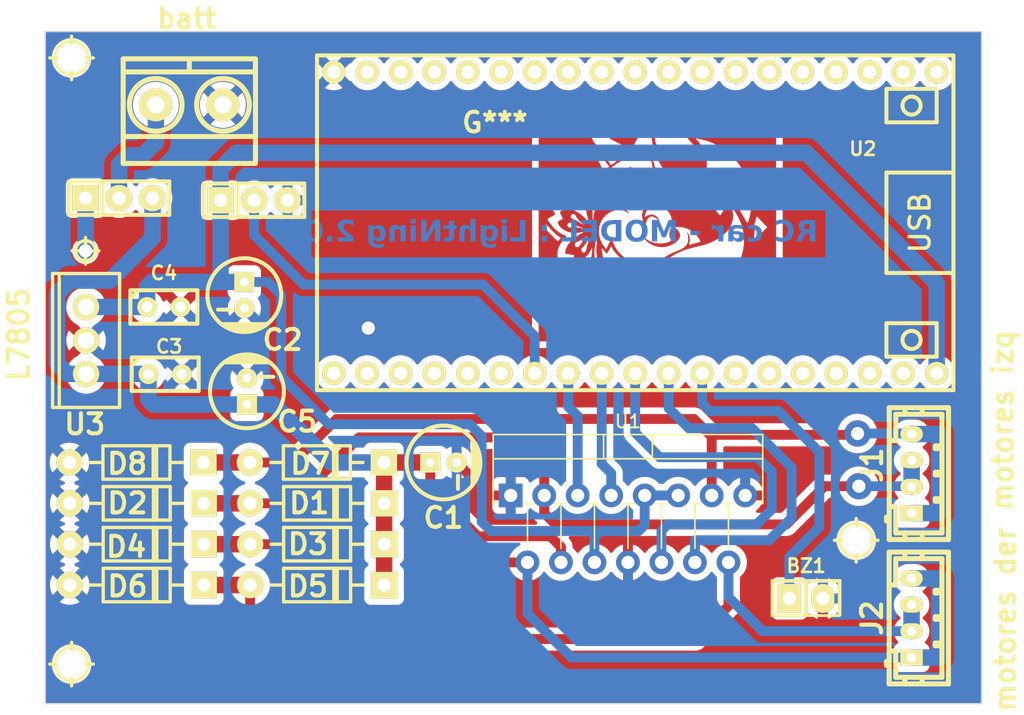
<source format=kicad_pcb>
(kicad_pcb (version 20221018) (generator pcbnew)
  (layers (0 "F.Cu" signal) (31 "B.Cu" signal) (34 "B.Paste" user) (35 "F.Paste" user) (36 "B.SilkS" user "B.Silkscreen") (37 "F.SilkS" user "F.Silkscreen") (38 "B.Mask" user) (39 "F.Mask" user) (44 "Edge.Cuts" user))
  (net 0 "")
  (net 1 "VCC")
  (net 2 "GND")
  (net 3 "+5V")
  (net 4 "Net-(D1-A)")
  (net 5 "Net-(D3-A)")
  (net 6 "Net-(D5-A)")
  (net 7 "Net-(D7-A)")
  (net 8 "Net-(SW1-B)")
  (net 9 "/led")
  (net 10 "/IN2")
  (net 11 "/IN1")
  (net 12 "/IN4")
  (net 13 "/IN3")
  (net 20 "/buzz")
  (net 45 "Net-(SW1-A)")
  (footprint "EESTN5:BORNERA2_AZUL" (layer "F.Cu") (at 45.93 34.56375 180)
    (fp_text reference "J3" hide)
    (fp_text value "batt")
  )
  (footprint "EESTN5:DO-41" (layer "F.Cu") (at 55.62 71)
    (fp_text reference "D5")
    (fp_text value "1n4001" hide)
  )
  (footprint "EESTN5:TO-220" (layer "F.Cu") (at 38.1 52.44 90)
    (fp_text reference "U3")
    (fp_text value "L7805")
  )
  (footprint "EESTN5:DO-41" (layer "F.Cu") (at 41.92 61.7)
    (fp_text reference "D8")
    (fp_text value "1n4001" hide)
  )
  (footprint "EESTN5:ESP32S" (layer "F.Cu") (at 79.74 43.51)
    (fp_text reference "U2")
    (fp_text value "ESP32_DEVKITC" hide)
  )
  (footprint "EESTN5:JST-4V" (layer "F.Cu") (at 100.7 62.54248 90)
    (fp_text reference "J1")
    (fp_text value "motores izq")
  )
  (footprint "EESTN5:DO-41" (layer "F.Cu") (at 55.62 67.9)
    (fp_text reference "D3")
    (fp_text value "1n4001" hide)
  )
  (footprint "EESTN5:JST-4V" (layer "F.Cu") (at 100.6945 73.49974 90)
    (fp_text reference "J2")
    (fp_text value "motores der")
  )
  (footprint "EESTN5:DO-41" (layer "F.Cu") (at 41.94 67.9)
    (fp_text reference "D4")
    (fp_text value "1n4001" hide)
  )
  (footprint "EESTN5:Pin_Header_2" (layer "F.Cu") (at 92.7 71.7)
    (fp_text reference "BZ1")
    (fp_text value "Buzzer" hide)
  )
  (footprint "logo:yae" (layer "F.Cu") (at 81.4 43.7)
    (fp_text reference "G***")
    (fp_text value "LOGO" hide)
  )
  (footprint "EESTN5:hole_2mm" (layer "F.Cu") (at 96.5 67.6)
    (fp_text reference "hole_2mm" hide)
    (fp_text value "VAL**" hide)
  )
  (footprint "EESTN5:DO-41" (layer "F.Cu") (at 55.62 64.8)
    (fp_text reference "D1")
    (fp_text value "1n4001" hide)
  )
  (footprint "EESTN5:hole_2mm" (layer "F.Cu") (at 37 77)
    (fp_text reference "hole_2mm" hide)
    (fp_text value "VAL**" hide)
  )
  (footprint "EESTN5:CAP_0.1" (layer "F.Cu") (at 44.1 55)
    (fp_text reference "C3")
    (fp_text value "100nF" hide)
  )
  (footprint "EESTN5:hole_1mm" (layer "F.Cu") (at 38.06 45.64 -90)
    (fp_text reference "H1" hide)
    (fp_text value "salida" hide)
  )
  (footprint "Package_TO_SOT_THT:TO-220-15_P2.54x2.54mm_StaggerEven_Lead4.58mm_Vertical" (layer "F.Cu") (at 70.3 64.2)
    (fp_text reference "U1")
    (fp_text value "L298(H)N")
  )
  (footprint "EESTN5:CAP_ELEC_5x11mm" (layer "F.Cu") (at 50.1 49 180)
    (fp_text reference "C5")
    (fp_text value "10uF 16v" hide)
  )
  (footprint "EESTN5:hole_2mm" (layer "F.Cu") (at 37 31)
    (fp_text reference "hole_2mm" hide)
    (fp_text value "VAL**" hide)
  )
  (footprint "EESTN5:CAP_ELEC_5x11mm" (layer "F.Cu") (at 50.3 56.3)
    (fp_text reference "C2")
    (fp_text value "100uF 25v" hide)
  )
  (footprint "EESTN5:Pin_Strip_3" (layer "F.Cu") (at 50.84 41.8)
    (fp_text reference "J4" hide)
    (fp_text value "LED_izq" hide)
  )
  (footprint "EESTN5:DO-41" (layer "F.Cu") (at 55.6 61.7)
    (fp_text reference "D7")
    (fp_text value "1n4001" hide)
  )
  (footprint "EESTN5:CAP_ELEC_5x11mm" (layer "F.Cu") (at 65.2 61.7 -90)
    (fp_text reference "C1")
    (fp_text value "220uf" hide)
  )
  (footprint "EESTN5:CAP_0.1" (layer "F.Cu") (at 44 49.9)
    (fp_text reference "C4")
    (fp_text value "100nF" hide)
  )
  (footprint "EESTN5:Pin_Strip_3" (layer "F.Cu") (at 40.6 41.64)
    (fp_text reference "SW1" hide)
    (fp_text value "SW_SPDT" hide)
  )
  (footprint "EESTN5:DO-41" (layer "F.Cu") (at 41.94 71)
    (fp_text reference "D6")
    (fp_text value "1n4001" hide)
  )
  (footprint "EESTN5:DO-41" (layer "F.Cu") (at 41.94 64.8)
    (fp_text reference "D2")
    (fp_text value "1n4001" hide)
  )
  (gr_rect (start 35 29) (end 106 80) (stroke (width 0.1)) (fill none) (layer "Edge.Cuts"))
  (gr_text "RC car - MODEL : LightNing 2.0" (at 93.6 45.2) (layer "B.Cu") (effects (font (size 1.6 1.6) (thickness 0.3) bold) (justify left bottom mirror)))
  (segment (start 60.7 71) (end 60.7 61.72) (width 1.25) (layer "F.Cu") (net 1))
  (segment (start 74.11 68.11) (end 73.3 67.3) (width 0.75) (layer "F.Cu") (net 1))
  (segment (start 64.2 63.7) (end 64.2 61.7) (width 0.75) (layer "F.Cu") (net 1))
  (segment (start 73.3 67.3) (end 67.8 67.3) (width 0.75) (layer "F.Cu") (net 1))
  (segment (start 60.68 61.7) (end 64.2 61.7) (width 1.25) (layer "F.Cu") (net 1))
  (segment (start 74.11 69.28) (end 74.11 68.11) (width 0.75) (layer "F.Cu") (net 1))
  (segment (start 67.8 67.3) (end 64.2 63.7) (width 0.75) (layer "F.Cu") (net 1))
  (segment (start 60.7 61.72) (end 60.68 61.7) (width 1.25) (layer "F.Cu") (net 1))
  (segment (start 43.2 57.3) (end 42.83 56.93) (width 1.25) (layer "B.Cu") (net 1))
  (segment (start 50.3 57.3) (end 52.3 57.3) (width 1.25) (layer "B.Cu") (net 1))
  (segment (start 35.9 54.194213) (end 35.9 48.9) (width 1.25) (layer "B.Cu") (net 1))
  (segment (start 39.9 47.9) (end 43.14 44.66) (width 1.25) (layer "B.Cu") (net 1))
  (segment (start 52.3 57.3) (end 56.7 61.7) (width 1.25) (layer "B.Cu") (net 1))
  (segment (start 35.9 48.9) (end 36.9 47.9) (width 1.25) (layer "B.Cu") (net 1))
  (segment (start 36.9 47.9) (end 39.9 47.9) (width 1.25) (layer "B.Cu") (net 1))
  (segment (start 42.81 54.98) (end 42.83 55) (width 1.25) (layer "B.Cu") (net 1))
  (segment (start 50.3 57.3) (end 43.2 57.3) (width 1.25) (layer "B.Cu") (net 1))
  (segment (start 56.7 61.7) (end 60.68 61.7) (width 1.25) (layer "B.Cu") (net 1))
  (segment (start 38.1 54.98) (end 36.685787 54.98) (width 1.25) (layer "B.Cu") (net 1))
  (segment (start 36.685787 54.98) (end 35.9 54.194213) (width 1.25) (layer "B.Cu") (net 1))
  (segment (start 43.14 44.66) (end 43.14 41.64) (width 1.25) (layer "B.Cu") (net 1))
  (segment (start 42.83 56.93) (end 42.83 55) (width 1.25) (layer "B.Cu") (net 1))
  (segment (start 38.1 54.98) (end 42.81 54.98) (width 1.25) (layer "B.Cu") (net 1))
  (via (at 59.5 51.5) (size 2) (drill 1) (layers "F.Cu" "B.Cu") (net 2))
  (segment (start 66.2 63.2) (end 66.2 60.4) (width 0.75) (layer "B.Cu") (net 2))
  (segment (start 66.2 60.4) (end 66 60.2) (width 0.75) (layer "B.Cu") (net 2))
  (segment (start 66.2 61.7) (end 66.2 63.2) (width 0.75) (layer "B.Cu") (net 2))
  (segment (start 48.3 39.4) (end 49.5 38.2) (width 1.25) (layer "B.Cu") (net 3))
  (segment (start 42.73 48.37) (end 42.73 49.9) (width 1.25) (layer "B.Cu") (net 3))
  (segment (start 48.3 41.8) (end 48.3 47.7) (width 1.25) (layer "B.Cu") (net 3))
  (segment (start 49.5 38.2) (end 92.7 38.2) (width 1.25) (layer "B.Cu") (net 3))
  (segment (start 68.1 66.2) (end 68.1 59.7) (width 0.75) (layer "B.Cu") (net 3))
  (segment (start 77.1 66.9) (end 80 66.9) (width 0.75) (layer "B.Cu") (net 3))
  (segment (start 56.5 58.8) (end 52.9 55.2) (width 0.75) (layer "B.Cu") (net 3))
  (segment (start 51.9 48) (end 50.1 48) (width 0.75) (layer "B.Cu") (net 3))
  (segment (start 76.65 67.35) (end 77.1 66.9) (width 0.75) (layer "B.Cu") (net 3))
  (segment (start 48 48) (end 43.1 48) (width 1.25) (layer "B.Cu") (net 3))
  (segment (start 76.65 69.28) (end 76.65 67.35) (width 0.75) (layer "B.Cu") (net 3))
  (segment (start 43.1 48) (end 42.73 48.37) (width 1.25) (layer "B.Cu") (net 3))
  (segment (start 52.9 49) (end 51.9 48) (width 0.75) (layer "B.Cu") (net 3))
  (segment (start 68.1 59.7) (end 67.2 58.8) (width 0.75) (layer "B.Cu") (net 3))
  (segment (start 83 64.2) (end 80.46 64.2) (width 0.75) (layer "B.Cu") (net 3))
  (segment (start 80.46 66.44) (end 80.46 64.2) (width 0.75) (layer "B.Cu") (net 3))
  (segment (start 80 66.9) (end 80.46 66.44) (width 0.75) (layer "B.Cu") (net 3))
  (segment (start 48.3 47.7) (end 48 48) (width 1.25) (layer "B.Cu") (net 3))
  (segment (start 52.9 55.2) (end 52.9 49) (width 0.75) (layer "B.Cu") (net 3))
  (segment (start 50.1 48) (end 48 48) (width 1.25) (layer "B.Cu") (net 3))
  (segment (start 68.8 66.9) (end 68.1 66.2) (width 0.75) (layer "B.Cu") (net 3))
  (segment (start 102.6 48.1) (end 102.6 54.94) (width 1.25) (layer "B.Cu") (net 3))
  (segment (start 48.3 41.8) (end 48.3 39.4) (width 1.25) (layer "B.Cu") (net 3))
  (segment (start 67.2 58.8) (end 56.5 58.8) (width 0.75) (layer "B.Cu") (net 3))
  (segment (start 92.7 38.2) (end 102.6 48.1) (width 1.25) (layer "B.Cu") (net 3))
  (segment (start 38.1 49.9) (end 42.73 49.9) (width 1.25) (layer "B.Cu") (net 3))
  (segment (start 79.1 66.9) (end 68.8 66.9) (width 0.75) (layer "B.Cu") (net 3))
  (segment (start 94.1 63.5) (end 91.2 66.4) (width 0.75) (layer "F.Cu") (net 4))
  (segment (start 73.7 66.4) (end 72.84 65.54) (width 0.75) (layer "F.Cu") (net 4))
  (segment (start 47.02 64.8) (end 50.54 64.8) (width 1.25) (layer "F.Cu") (net 4))
  (segment (start 53.8 64.8) (end 50.54 64.8) (width 0.75) (layer "F.Cu") (net 4))
  (segment (start 96.7 63.5) (end 94.1 63.5) (width 0.75) (layer "F.Cu") (net 4))
  (segment (start 58.8 59.8) (end 53.8 64.8) (width 0.75) (layer "F.Cu") (net 4))
  (segment (start 72.84 64.2) (end 72.84 61.54) (width 0.75) (layer "F.Cu") (net 4))
  (segment (start 72.84 65.54) (end 72.84 64.2) (width 0.75) (layer "F.Cu") (net 4))
  (segment (start 72.84 61.54) (end 71.1 59.8) (width 0.75) (layer "F.Cu") (net 4))
  (segment (start 71.1 59.8) (end 58.8 59.8) (width 0.75) (layer "F.Cu") (net 4))
  (segment (start 91.2 66.4) (end 73.7 66.4) (width 0.75) (layer "F.Cu") (net 4))
  (via (at 96.7 63.5) (size 2) (drill 1) (layers "F.Cu" "B.Cu") (net 4))
  (segment (start 96.7 63.5) (end 100.65676 63.5) (width 0.75) (layer "B.Cu") (net 4))
  (segment (start 100.65676 63.5) (end 100.7 63.54324) (width 0.75) (layer "B.Cu") (net 4))
  (segment (start 100.7 63.54324) (end 100.7 61.54172) (width 1.25) (layer "B.Cu") (net 4))
  (segment (start 64.1 73.4) (end 58.4 73.4) (width 0.75) (layer "F.Cu") (net 5))
  (segment (start 52.9 67.9) (end 50.54 67.9) (width 0.75) (layer "F.Cu") (net 5))
  (segment (start 71.57 69.28) (end 68.22 69.28) (width 0.75) (layer "F.Cu") (net 5))
  (segment (start 58.4 73.4) (end 52.9 67.9) (width 0.75) (layer "F.Cu") (net 5))
  (segment (start 68.22 69.28) (end 64.1 73.4) (width 0.75) (layer "F.Cu") (net 5))
  (segment (start 50.54 67.9) (end 47.02 67.9) (width 1.25) (layer "F.Cu") (net 5))
  (segment (start 100.6945 70.5) (end 102.79413 70.5) (width 1.25) (layer "B.Cu") (net 5))
  (segment (start 102.8 76.49615) (end 102.79413 76.50202) (width 1.25) (layer "B.Cu") (net 5))
  (segment (start 71.57 73.17) (end 74.90202 76.50202) (width 0.75) (layer "B.Cu") (net 5))
  (segment (start 74.90202 76.50202) (end 100.6945 76.50202) (width 0.75) (layer "B.Cu") (net 5))
  (segment (start 102.79413 76.50202) (end 100.6945 76.50202) (width 1.25) (layer "B.Cu") (net 5))
  (segment (start 71.57 69.28) (end 71.57 73.17) (width 0.75) (layer "B.Cu") (net 5))
  (segment (start 102.79413 70.5) (end 102.8 70.50587) (width 1.25) (layer "B.Cu") (net 5))
  (segment (start 102.8 70.50587) (end 102.8 76.49615) (width 1.25) (layer "B.Cu") (net 5))
  (segment (start 52.6 75.1) (end 50.54 73.04) (width 0.75) (layer "F.Cu") (net 6))
  (segment (start 50.54 73.04) (end 50.54 71) (width 0.75) (layer "F.Cu") (net 6))
  (segment (start 84.3 75.1) (end 52.6 75.1) (width 0.75) (layer "F.Cu") (net 6))
  (segment (start 86.81 72.59) (end 84.3 75.1) (width 0.75) (layer "F.Cu") (net 6))
  (segment (start 86.81 69.28) (end 86.81 72.59) (width 0.75) (layer "F.Cu") (net 6))
  (segment (start 47.02 71) (end 50.54 71) (width 1.25) (layer "F.Cu") (net 6))
  (segment (start 89.4005 74.5005) (end 100.6945 74.5005) (width 0.75) (layer "B.Cu") (net 6))
  (segment (start 86.81 69.28) (end 86.81 71.91) (width 0.75) (layer "B.Cu") (net 6))
  (segment (start 86.81 71.91) (end 89.4005 74.5005) (width 0.75) (layer "B.Cu") (net 6))
  (segment (start 100.6945 74.5005) (end 100.6945 72.49898) (width 1.25) (layer "B.Cu") (net 6))
  (segment (start 96.6 59.5) (end 96.5 59.6) (width 0.75) (layer "F.Cu") (net 7))
  (segment (start 84.2 58.4) (end 57.1 58.4) (width 0.75) (layer "F.Cu") (net 7))
  (segment (start 85.54 64.2) (end 85.54 59.74) (width 0.75) (layer "F.Cu") (net 7))
  (segment (start 53.8 61.7) (end 50.52 61.7) (width 0.75) (layer "F.Cu") (net 7))
  (segment (start 96.5 59.6) (end 85.68 59.6) (width 0.75) (layer "F.Cu") (net 7))
  (segment (start 85.68 59.6) (end 85.54 59.74) (width 0.75) (layer "F.Cu") (net 7))
  (segment (start 57.1 58.4) (end 53.8 61.7) (width 0.75) (layer "F.Cu") (net 7))
  (segment (start 50.52 61.7) (end 47 61.7) (width 1.25) (layer "F.Cu") (net 7))
  (segment (start 85.54 59.74) (end 84.2 58.4) (width 0.75) (layer "F.Cu") (net 7))
  (via (at 96.6 59.5) (size 2) (drill 1) (layers "F.Cu" "B.Cu") (net 7))
  (segment (start 100.7 59.54274) (end 102.79963 59.54274) (width 1.25) (layer "B.Cu") (net 7))
  (segment (start 102.8 59.54311) (end 102.8 65.54439) (width 1.25) (layer "B.Cu") (net 7))
  (segment (start 100.65726 59.5) (end 100.7 59.54274) (width 0.75) (layer "B.Cu") (net 7))
  (segment (start 96.6 59.5) (end 100.65726 59.5) (width 0.75) (layer "B.Cu") (net 7))
  (segment (start 102.8 65.54439) (end 102.79963 65.54476) (width 1.25) (layer "B.Cu") (net 7))
  (segment (start 102.79963 65.54476) (end 100.7 65.54476) (width 1.25) (layer "B.Cu") (net 7))
  (segment (start 102.79963 59.54274) (end 102.8 59.54311) (width 1.25) (layer "B.Cu") (net 7))
  (segment (start 42.4 38.4) (end 43.39 37.41) (width 1.25) (layer "B.Cu") (net 8))
  (segment (start 40.6 39.1) (end 41.3 38.4) (width 1.25) (layer "B.Cu") (net 8))
  (segment (start 43.39 37.41) (end 43.39 34.56375) (width 1.25) (layer "B.Cu") (net 8))
  (segment (start 41.3 38.4) (end 42.4 38.4) (width 1.25) (layer "B.Cu") (net 8))
  (segment (start 40.6 41.64) (end 40.6 39.1) (width 1.25) (layer "B.Cu") (net 8))
  (segment (start 72.12 52.12) (end 72.12 54.94) (width 0.75) (layer "B.Cu") (net 9))
  (segment (start 54.6 48.2) (end 68.2 48.2) (width 0.75) (layer "B.Cu") (net 9))
  (segment (start 50.84 41.8) (end 50.84 44.44) (width 0.75) (layer "B.Cu") (net 9))
  (segment (start 50.84 44.44) (end 54.6 48.2) (width 0.75) (layer "B.Cu") (net 9))
  (segment (start 68.2 48.2) (end 72.12 52.12) (width 0.75) (layer "B.Cu") (net 9))
  (segment (start 77.92 62.52) (end 77.92 64.2) (width 0.75) (layer "B.Cu") (net 10))
  (segment (start 77.2 61.8) (end 77.92 62.52) (width 0.75) (layer "B.Cu") (net 10))
  (segment (start 77.2 54.94) (end 77.2 61.8) (width 0.75) (layer "B.Cu") (net 10))
  (segment (start 74.66 57.46) (end 74.66 54.94) (width 0.75) (layer "B.Cu") (net 11))
  (segment (start 75.38 64.2) (end 75.38 58.18) (width 0.75) (layer "B.Cu") (net 11))
  (segment (start 75.38 58.18) (end 74.66 57.46) (width 0.75) (layer "B.Cu") (net 11))
  (segment (start 91.6 65.9) (end 91.6 62.1) (width 0.75) (layer "B.Cu") (net 12))
  (segment (start 84.3 67.6) (end 89.9 67.6) (width 0.75) (layer "B.Cu") (net 12))
  (segment (start 91.6 62.1) (end 88.6 59.1) (width 0.75) (layer "B.Cu") (net 12))
  (segment (start 84.27 69.28) (end 84.27 67.63) (width 0.75) (layer "B.Cu") (net 12))
  (segment (start 88.6 59.1) (end 83.8 59.1) (width 0.75) (layer "B.Cu") (net 12))
  (segment (start 83.8 59.1) (end 82.28 57.58) (width 0.75) (layer "B.Cu") (net 12))
  (segment (start 89.9 67.6) (end 91.6 65.9) (width 0.75) (layer "B.Cu") (net 12))
  (segment (start 84.27 67.63) (end 84.3 67.6) (width 0.75) (layer "B.Cu") (net 12))
  (segment (start 82.28 57.58) (end 82.28 54.94) (width 0.75) (layer "B.Cu") (net 12))
  (segment (start 82.2 66.4) (end 88.95 66.4) (width 0.75) (layer "B.Cu") (net 13))
  (segment (start 88.95 66.4) (end 90.1 65.25) (width 0.75) (layer "B.Cu") (net 13))
  (segment (start 79.74 59.44) (end 79.74 54.94) (width 0.75) (layer "B.Cu") (net 13))
  (segment (start 81.73 69.28) (end 81.73 66.87) (width 0.75) (layer "B.Cu") (net 13))
  (segment (start 81.73 66.87) (end 82.2 66.4) (width 0.75) (layer "B.Cu") (net 13))
  (segment (start 90.1 62.4) (end 89 61.3) (width 0.75) (layer "B.Cu") (net 13))
  (segment (start 89 61.3) (end 81.6 61.3) (width 0.75) (layer "B.Cu") (net 13))
  (segment (start 81.6 61.3) (end 79.74 59.44) (width 0.75) (layer "B.Cu") (net 13))
  (segment (start 90.1 65.25) (end 90.1 62.4) (width 0.75) (layer "B.Cu") (net 13))
  (segment (start 85.4 57.8) (end 90.6 57.8) (width 0.75) (layer "B.Cu") (net 20))
  (segment (start 93.7 66.6) (end 91.43 68.87) (width 0.75) (layer "B.Cu") (net 20))
  (segment (start 84.82 57.22) (end 85.4 57.8) (width 0.75) (layer "B.Cu") (net 20))
  (segment (start 91.43 68.87) (end 91.43 72.0175) (width 0.75) (layer "B.Cu") (net 20))
  (segment (start 84.82 54.94) (end 84.82 57.22) (width 0.75) (layer "B.Cu") (net 20))
  (segment (start 90.6 57.8) (end 93.7 60.9) (width 0.75) (layer "B.Cu") (net 20))
  (segment (start 93.7 60.9) (end 93.7 66.6) (width 0.75) (layer "B.Cu") (net 20))
  (segment (start 38.06 45.64) (end 38.06 41.64) (width 1.25) (layer "B.Cu") (net 45))
  (zone (net 2) (net_name "GND") (layers "F&B.Cu") (connect_pads (clearance 0.5)) (min_thickness 0.25) (fill yes (thermal_gap 0.5) (thermal_bridge_width 0.75))
    (polygon (pts (xy 35 29) (xy 106 29) (xy 106 80) (xy 35 80)))
  )
)
</source>
